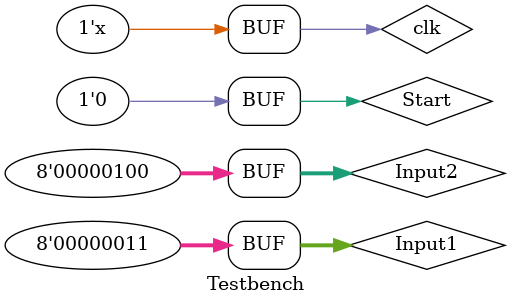
<source format=v>
`timescale 1ns/1ps
module Testbench();
//define
	reg clk, Start;
	reg [7:0] Input1, Input2;
	wire [7:0] Result;
	SRA_Behavior Inst (.Input1(Input1),.Input2(Input2),.clk(clk),.Start(Start),.Result(Result));
//body
	always begin
		#10 clk <= ~clk;
	end
	
	initial begin
		#0;
		clk = 0;
		Start = 0 ;
		Input1 = 3;
		Input2 = 4;
		#20;
		Start=1;
		#20;
		Start =0;
	end 
	
endmodule

</source>
